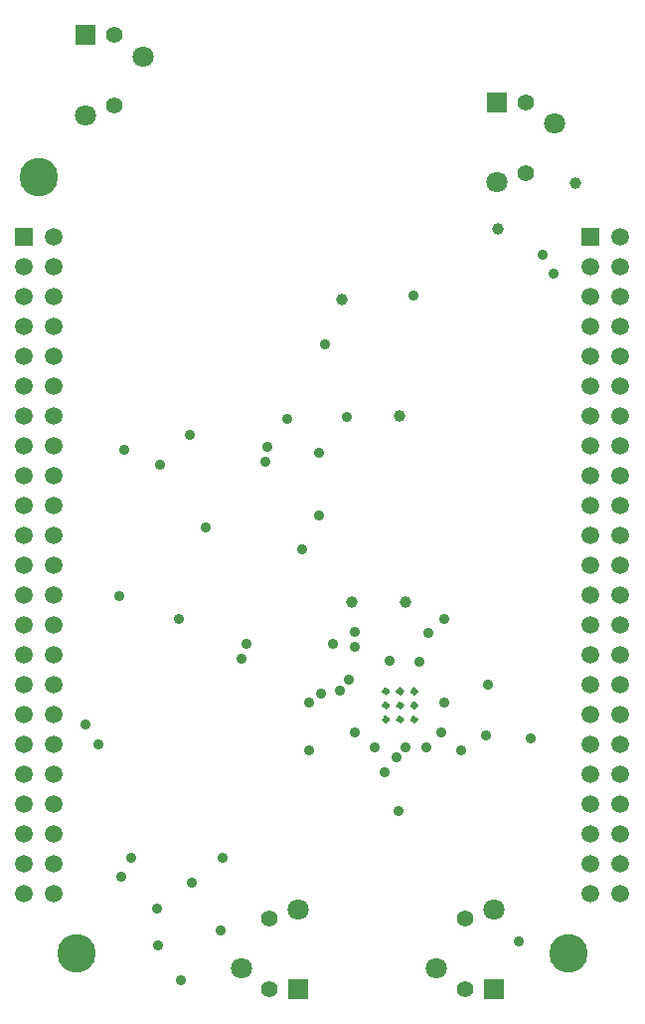
<source format=gbs>
%FSLAX43Y43*%
%MOMM*%
G71*
G01*
G75*
G04 Layer_Color=16711935*
%ADD10C,1.000*%
%ADD11R,1.000X0.900*%
%ADD12R,0.900X1.000*%
%ADD13R,1.300X1.400*%
G04:AMPARAMS|DCode=14|XSize=1mm|YSize=1.5mm|CornerRadius=0.25mm|HoleSize=0mm|Usage=FLASHONLY|Rotation=90.000|XOffset=0mm|YOffset=0mm|HoleType=Round|Shape=RoundedRectangle|*
%AMROUNDEDRECTD14*
21,1,1.000,1.000,0,0,90.0*
21,1,0.500,1.500,0,0,90.0*
1,1,0.500,0.500,0.250*
1,1,0.500,0.500,-0.250*
1,1,0.500,-0.500,-0.250*
1,1,0.500,-0.500,0.250*
%
%ADD14ROUNDEDRECTD14*%
%ADD15R,0.800X0.800*%
G04:AMPARAMS|DCode=16|XSize=1.45mm|YSize=1.25mm|CornerRadius=0.313mm|HoleSize=0mm|Usage=FLASHONLY|Rotation=90.000|XOffset=0mm|YOffset=0mm|HoleType=Round|Shape=RoundedRectangle|*
%AMROUNDEDRECTD16*
21,1,1.450,0.625,0,0,90.0*
21,1,0.825,1.250,0,0,90.0*
1,1,0.625,0.313,0.412*
1,1,0.625,0.313,-0.412*
1,1,0.625,-0.313,-0.412*
1,1,0.625,-0.313,0.412*
%
%ADD16ROUNDEDRECTD16*%
%ADD17R,1.500X0.600*%
%ADD18R,0.813X0.914*%
%ADD19R,0.650X0.400*%
%ADD20R,0.800X0.800*%
%ADD21R,1.400X1.300*%
%ADD22R,3.300X2.400*%
%ADD23R,0.950X2.400*%
%ADD24O,0.800X0.250*%
%ADD25O,0.250X0.800*%
%ADD26R,3.450X3.450*%
%ADD27R,1.700X1.250*%
%ADD28R,2.000X1.800*%
%ADD29C,0.254*%
%ADD30C,0.500*%
%ADD31C,0.889*%
%ADD32C,1.270*%
%ADD33C,0.635*%
%ADD34C,0.300*%
%ADD35C,0.381*%
%ADD36R,1.700X1.700*%
%ADD37C,1.700*%
%ADD38C,1.300*%
%ADD39C,1.420*%
%ADD40R,1.420X1.420*%
%ADD41C,3.175*%
%ADD42C,0.800*%
%ADD43C,0.900*%
%ADD44C,0.200*%
%ADD45C,0.250*%
%ADD46C,0.600*%
%ADD47C,0.400*%
%ADD48C,0.100*%
%ADD49C,0.127*%
%ADD50C,3.000*%
%ADD51C,1.100*%
%ADD52R,1.100X1.000*%
%ADD53R,1.000X1.100*%
%ADD54R,1.400X1.500*%
G04:AMPARAMS|DCode=55|XSize=1.1mm|YSize=1.6mm|CornerRadius=0.3mm|HoleSize=0mm|Usage=FLASHONLY|Rotation=90.000|XOffset=0mm|YOffset=0mm|HoleType=Round|Shape=RoundedRectangle|*
%AMROUNDEDRECTD55*
21,1,1.100,1.000,0,0,90.0*
21,1,0.500,1.600,0,0,90.0*
1,1,0.600,0.500,0.250*
1,1,0.600,0.500,-0.250*
1,1,0.600,-0.500,-0.250*
1,1,0.600,-0.500,0.250*
%
%ADD55ROUNDEDRECTD55*%
%ADD56R,0.900X0.900*%
G04:AMPARAMS|DCode=57|XSize=1.55mm|YSize=1.35mm|CornerRadius=0.362mm|HoleSize=0mm|Usage=FLASHONLY|Rotation=90.000|XOffset=0mm|YOffset=0mm|HoleType=Round|Shape=RoundedRectangle|*
%AMROUNDEDRECTD57*
21,1,1.550,0.625,0,0,90.0*
21,1,0.825,1.350,0,0,90.0*
1,1,0.725,0.313,0.412*
1,1,0.725,0.313,-0.412*
1,1,0.725,-0.313,-0.412*
1,1,0.725,-0.313,0.412*
%
%ADD57ROUNDEDRECTD57*%
%ADD58R,1.600X0.700*%
%ADD59R,0.913X1.014*%
%ADD60R,0.750X0.500*%
%ADD61R,0.900X0.900*%
%ADD62R,1.500X1.400*%
%ADD63R,3.400X2.500*%
%ADD64R,1.050X2.500*%
%ADD65O,0.900X0.350*%
%ADD66O,0.350X0.900*%
%ADD67R,3.550X3.550*%
%ADD68R,1.800X1.350*%
%ADD69R,2.100X1.900*%
%ADD70R,1.800X1.800*%
%ADD71C,1.800*%
%ADD72C,1.400*%
%ADD73C,1.520*%
%ADD74R,1.520X1.520*%
%ADD75C,3.275*%
D10*
X89154Y111760D02*
D03*
X85090Y95885D02*
D03*
X89662D02*
D03*
X84201Y121666D02*
D03*
X97536Y127635D02*
D03*
X104140Y131572D02*
D03*
D43*
X65278Y96393D02*
D03*
X75692Y91059D02*
D03*
X63500Y83820D02*
D03*
X70485Y63754D02*
D03*
X68580Y66675D02*
D03*
X81407Y83312D02*
D03*
X102235Y123825D02*
D03*
X101346Y125476D02*
D03*
X92964Y94488D02*
D03*
X96647Y88900D02*
D03*
X96520Y84582D02*
D03*
X66294Y74168D02*
D03*
X100330Y84328D02*
D03*
X94361Y83312D02*
D03*
X73914Y67945D02*
D03*
X81407Y87376D02*
D03*
X88265Y90932D02*
D03*
X85344Y92075D02*
D03*
X82296Y108585D02*
D03*
X83439Y92329D02*
D03*
X87884Y81407D02*
D03*
X88900Y82677D02*
D03*
X91547Y93325D02*
D03*
X85344Y93345D02*
D03*
X62357Y85471D02*
D03*
X86995Y83566D02*
D03*
X85344Y84836D02*
D03*
X72644Y102235D02*
D03*
X70358Y94488D02*
D03*
X68707Y107569D02*
D03*
X84074Y88392D02*
D03*
X82423Y88138D02*
D03*
X79591Y111468D02*
D03*
X77724Y107823D02*
D03*
X84836Y89281D02*
D03*
X65659Y108839D02*
D03*
X71237Y110099D02*
D03*
X92960Y87372D02*
D03*
X92710Y84836D02*
D03*
X91440Y83566D02*
D03*
X89662D02*
D03*
X90297Y122009D02*
D03*
X82804Y117883D02*
D03*
X90805Y90805D02*
D03*
X65405Y72517D02*
D03*
X74041Y74168D02*
D03*
X71435Y72070D02*
D03*
X68453Y69850D02*
D03*
X84609Y111633D02*
D03*
X80792Y100419D02*
D03*
X99314Y67056D02*
D03*
X89065Y78105D02*
D03*
X82296Y103251D02*
D03*
X77851Y109093D02*
D03*
X76073Y92329D02*
D03*
D47*
X88104Y88322D02*
G03*
X88104Y88322I-150J0D01*
G01*
Y87122D02*
G03*
X88104Y87122I-150J0D01*
G01*
Y85922D02*
G03*
X88104Y85922I-150J0D01*
G01*
X89304D02*
G03*
X89304Y85922I-150J0D01*
G01*
Y87122D02*
G03*
X89304Y87122I-150J0D01*
G01*
Y88322D02*
G03*
X89304Y88322I-150J0D01*
G01*
X90504D02*
G03*
X90504Y88322I-150J0D01*
G01*
Y87122D02*
G03*
X90504Y87122I-150J0D01*
G01*
Y85922D02*
G03*
X90504Y85922I-150J0D01*
G01*
D70*
X80518Y62992D02*
D03*
X62357Y144145D02*
D03*
X97155Y62992D02*
D03*
X97409Y138430D02*
D03*
D71*
X75618Y64792D02*
D03*
X80518Y69792D02*
D03*
X67257Y142345D02*
D03*
X62357Y137345D02*
D03*
X92255Y64792D02*
D03*
X97155Y69792D02*
D03*
X102309Y136630D02*
D03*
X97409Y131630D02*
D03*
D72*
X78068Y68992D02*
D03*
Y62992D02*
D03*
X64807Y138145D02*
D03*
Y144145D02*
D03*
X94705Y68992D02*
D03*
Y62992D02*
D03*
X99859Y132430D02*
D03*
Y138430D02*
D03*
D73*
X59690Y71120D02*
D03*
Y73660D02*
D03*
Y76200D02*
D03*
Y78740D02*
D03*
Y81280D02*
D03*
Y83820D02*
D03*
Y86360D02*
D03*
Y88900D02*
D03*
Y91440D02*
D03*
Y93980D02*
D03*
Y96520D02*
D03*
Y99060D02*
D03*
Y101600D02*
D03*
Y104140D02*
D03*
Y106680D02*
D03*
Y109220D02*
D03*
Y111760D02*
D03*
Y114300D02*
D03*
Y116840D02*
D03*
Y119380D02*
D03*
Y121920D02*
D03*
Y124460D02*
D03*
Y127000D02*
D03*
X57150Y71120D02*
D03*
Y73660D02*
D03*
Y76200D02*
D03*
Y78740D02*
D03*
Y81280D02*
D03*
Y83820D02*
D03*
Y86360D02*
D03*
Y88900D02*
D03*
Y91440D02*
D03*
Y93980D02*
D03*
Y96520D02*
D03*
Y99060D02*
D03*
Y101600D02*
D03*
Y104140D02*
D03*
Y106680D02*
D03*
Y109220D02*
D03*
Y111760D02*
D03*
Y114300D02*
D03*
Y116840D02*
D03*
Y119380D02*
D03*
Y121920D02*
D03*
Y124460D02*
D03*
X107950Y71120D02*
D03*
Y73660D02*
D03*
Y76200D02*
D03*
Y78740D02*
D03*
Y81280D02*
D03*
Y83820D02*
D03*
Y86360D02*
D03*
Y88900D02*
D03*
Y91440D02*
D03*
Y93980D02*
D03*
Y96520D02*
D03*
Y99060D02*
D03*
Y101600D02*
D03*
Y104140D02*
D03*
Y106680D02*
D03*
Y109220D02*
D03*
Y111760D02*
D03*
Y114300D02*
D03*
Y116840D02*
D03*
Y119380D02*
D03*
Y121920D02*
D03*
Y124460D02*
D03*
Y127000D02*
D03*
X105410Y71120D02*
D03*
Y73660D02*
D03*
Y76200D02*
D03*
Y78740D02*
D03*
Y81280D02*
D03*
Y83820D02*
D03*
Y86360D02*
D03*
Y88900D02*
D03*
Y91440D02*
D03*
Y93980D02*
D03*
Y96520D02*
D03*
Y99060D02*
D03*
Y101600D02*
D03*
Y104140D02*
D03*
Y106680D02*
D03*
Y109220D02*
D03*
Y111760D02*
D03*
Y114300D02*
D03*
Y116840D02*
D03*
Y119380D02*
D03*
Y121920D02*
D03*
Y124460D02*
D03*
D74*
X57150Y127000D02*
D03*
X105410D02*
D03*
D75*
X103505Y66040D02*
D03*
X61595D02*
D03*
X58420Y132080D02*
D03*
M02*

</source>
